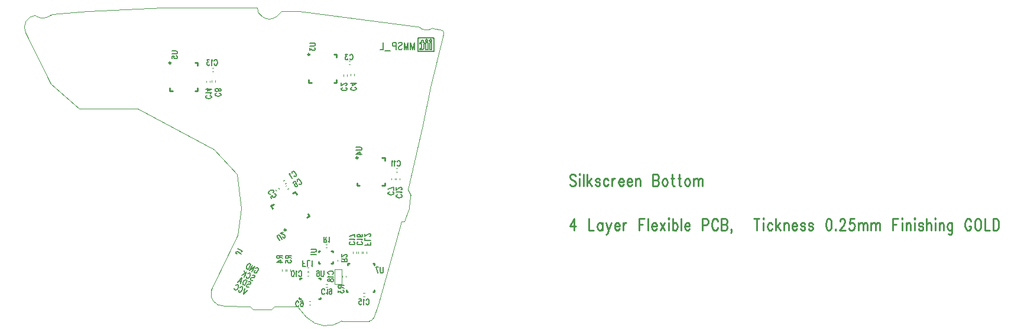
<source format=gbr>
*
*
G04 PADS 9.3 Build Number: 433611 generated Gerber (RS-274-X) file*
G04 PC Version=2.1*
*
%IN "MMSP_L.pcb"*%
*
%MOIN*%
*
%FSLAX35Y35*%
*
*
*
*
G04 PC Standard Apertures*
*
*
G04 Thermal Relief Aperture macro.*
%AMTER*
1,1,$1,0,0*
1,0,$1-$2,0,0*
21,0,$3,$4,0,0,45*
21,0,$3,$4,0,0,135*
%
*
*
G04 Annular Aperture macro.*
%AMANN*
1,1,$1,0,0*
1,0,$2,0,0*
%
*
*
G04 Odd Aperture macro.*
%AMODD*
1,1,$1,0,0*
1,0,$1-0.005,0,0*
%
*
*
G04 PC Custom Aperture Macros*
*
*
*
*
*
*
G04 PC Aperture Table*
*
%ADD010C,0.001*%
%ADD011C,0.00394*%
%ADD012C,0.00591*%
%ADD016C,0.01*%
%ADD017C,0.004*%
%ADD018C,0.00787*%
*
*
*
*
G04 PC Circuitry*
G04 Layer Name MMSP_L.pcb - circuitry*
%LPD*%
*
*
G04 PC Custom Flashes*
G04 Layer Name MMSP_L.pcb - flashes*
%LPD*%
*
*
G04 PC Circuitry*
G04 Layer Name MMSP_L.pcb - circuitry*
%LPD*%
*
G54D10*
G01X1084338Y879416D02*
G75*
G03X1091450Y870727I6795J-1694D01*
G01X1084337Y879411D02*
X1084469Y879661D01*
X1084449Y879640*
X1099338Y910590*
X1101338Y925590*
X1099000Y945000*
X1086000Y959000*
X1043000Y982000*
X1010098*
X994098Y996000*
X979772Y1024917*
X985282Y1034748D02*
G03X979774Y1024913I607J-6800D01*
G01X985288Y1034748D02*
X985335Y1034744D01*
X986024Y1034055*
X986021Y1034056D02*
G03X994094Y1034883I3373J6886D01*
G01X994091Y1034881D02*
X994565Y1035356D01*
X1015000Y1037000*
X1057000Y1039000*
X1110433*
G03X1113187Y1034052I5045J-433*
G01X1113191Y1034049D02*
G03X1121065I3937J4610D01*
G01X1121067Y1034051D02*
X1124016Y1037000D01*
X1134000*
X1200197Y1028298*
X1201353*
G03X1209173Y1027455I4431J4416*
G01X1209174D02*
X1209247Y1027530D01*
X1214758Y1026365*
X1215407Y1024033D02*
G03X1214757Y1026366I-2399J589D01*
G01X1215407Y1024032D02*
X1208068Y994095D01*
X1203663Y972687*
X1195353Y936537*
X1196877Y932972*
X1193429Y918301D02*
G03X1196877Y932946I-27976J14316D01*
G01X1193432Y918307D02*
X1191535D01*
X1188000Y905000*
X1178563Y871588*
X1175919Y863986*
X1173588Y862205D02*
G03X1175920Y863988I-330J2848D01*
G01X1173585Y862205D02*
X1158055D01*
X1138351Y864223D02*
G03X1158054Y862204I11040J10587D01*
G01X1138356Y864218D02*
X1132826Y870374D01*
X1120079*
X1118356Y868651*
X1108071*
X1106275Y870448*
X1091453Y870727*
G54D11*
X1124984Y941364D02*
X1125700Y941778D01*
X1125969Y939659D02*
X1126685Y940073D01*
X1138583Y889606D02*
X1139409D01*
X1138583Y887638D02*
X1139409D01*
X1188620Y948446D02*
X1189447D01*
X1188620Y946478D02*
X1189447D01*
X1190627Y942739D02*
Y941912D01*
X1188658Y942739D02*
Y941912D01*
X1084843Y1005157D02*
X1085669D01*
X1084843Y1003189D02*
X1085669D01*
X1083690Y997851D02*
Y997024D01*
X1081721Y997851D02*
Y997024D01*
X1170021Y878136D02*
X1170848D01*
X1170021Y876168D02*
X1170848D01*
X1169234Y901293D02*
Y900466D01*
X1167265Y901293D02*
Y900466D01*
X1166349Y901232D02*
Y900405D01*
X1164380Y901232D02*
Y900405D01*
X1161063Y1001378D02*
Y1000551D01*
X1159094Y1001378D02*
Y1000551D01*
X1161811Y1008898D02*
X1162638D01*
X1161811Y1006929D02*
X1162638D01*
X1164803Y1001575D02*
Y1000748D01*
X1162835Y1001575D02*
Y1000748D01*
X1121023Y935675D02*
X1120609Y936391D01*
X1122727Y936660D02*
X1122314Y937376D01*
X1126313Y938485D02*
X1127029Y938898D01*
X1127297Y936780D02*
X1128013Y937194D01*
X1187811Y942746D02*
Y941919D01*
X1185843Y942746D02*
Y941919D01*
X1086664Y997959D02*
Y997132D01*
X1084696Y997959D02*
Y997132D01*
X1140363Y871547D02*
X1139537D01*
X1140363Y873515D02*
X1139537D01*
X1139370Y890321D02*
X1138543D01*
X1139370Y892290D02*
X1138543D01*
X1171996Y901293D02*
Y900466D01*
X1170027Y901293D02*
Y900466D01*
X1149776Y903569D02*
X1148950D01*
X1149776Y905538D02*
X1148950D01*
X1157485Y896793D02*
Y895966D01*
X1155517Y896793D02*
Y895966D01*
X1158404Y886908D02*
Y887735D01*
X1160373Y886908D02*
Y887735D01*
X1124190Y890471D02*
Y891298D01*
X1126159Y890471D02*
Y891298D01*
X1126896Y890450D02*
Y891276D01*
X1128864Y890450D02*
Y891276D01*
X1149803Y881260D02*
X1148976D01*
X1149803Y883228D02*
X1148976D01*
G54D12*
X1201378Y1022047D02*
Y1022038D01*
X1201341Y1022039*
Y1022030*
X1201300*
Y1022022*
X1201266*
Y1022013*
X1201241*
Y1022005*
X1201224*
Y1021997*
X1201199*
Y1021988*
X1201183*
Y1021980*
X1201166*
Y1021972*
X1201149*
Y1021963*
X1201141*
Y1021955*
X1201124*
Y1021947*
X1201107*
Y1021938*
X1201099*
Y1021930*
X1201091*
Y1021922*
X1201074*
Y1021913*
X1201066*
Y1021905*
X1201057*
Y1021896*
X1201049*
Y1021888*
X1201040*
Y1021880*
X1201032*
Y1021871*
X1201024*
Y1021863*
X1201015*
Y1021855*
X1201007*
Y1021846*
X1200999*
Y1021838*
X1200990*
Y1021821*
X1200982*
Y1021813*
X1200974*
Y1021796*
X1200965*
Y1021788*
X1200957*
Y1021771*
X1200948*
Y1021754*
X1200940*
Y1021738*
X1200932*
Y1021721*
X1200923*
Y1021696*
X1200915*
Y1021671*
X1200907*
Y1021637*
X1200898*
Y1014848*
X1200907*
Y1014814*
X1200915*
Y1014789*
X1200923*
Y1014764*
X1200932*
Y1014747*
X1200940*
Y1014731*
X1200948*
Y1014714*
X1200957*
Y1014697*
X1200965*
Y1014689*
X1200974*
Y1014672*
X1200982*
Y1014664*
X1200990*
Y1014647*
X1200999*
Y1014639*
X1201007*
Y1014630*
X1201015*
Y1014622*
X1201024*
Y1014613*
X1201032*
Y1014605*
X1201040*
Y1014597*
X1201049*
Y1014588*
X1201057*
Y1014580*
X1201066*
Y1014572*
X1201074*
Y1014563*
X1201091*
Y1014555*
X1201099*
Y1014547*
X1201107*
Y1014538*
X1201124*
Y1014530*
X1201141*
Y1014521*
X1201149*
Y1014513*
X1201166*
Y1014505*
X1201183*
Y1014496*
X1201199*
Y1014488*
X1201224*
Y1014480*
X1201241*
Y1014471*
X1201275*
Y1014463*
X1201350*
Y1014455*
X1209987*
Y1021629*
X1209979*
Y1021671*
X1209971*
Y1021696*
X1209962*
Y1021721*
X1209954*
Y1021738*
X1209946*
Y1021754*
X1209937*
Y1021771*
X1209929*
Y1021788*
X1209920*
Y1021796*
X1209912*
Y1021813*
X1209904*
Y1021821*
X1209895*
Y1021830*
X1209887*
Y1021846*
X1209879*
Y1021855*
X1209870*
Y1021863*
X1209862*
Y1021871*
X1209854*
Y1021880*
X1209845*
Y1021888*
X1209837*
Y1021896*
X1209828*
Y1021905*
X1209820*
Y1021913*
X1209812*
Y1021922*
X1209795*
Y1021930*
X1209787*
Y1021938*
X1209770*
Y1021947*
X1209762*
Y1021955*
X1209745*
Y1021963*
X1209737*
Y1021972*
X1209720*
Y1021980*
X1209703*
Y1021988*
X1209686*
Y1021997*
X1209661*
Y1022005*
X1209645*
Y1022013*
X1209611*
Y1022022*
X1209586*
Y1022030*
X1209544*
Y1022039*
X1209508*
Y1022047*
X1201378*
X1201381Y1021930D02*
X1209517D01*
Y1021922*
X1209559*
Y1021913*
X1209592*
Y1021905*
X1209617*
Y1021896*
X1209634*
Y1021888*
X1209659*
Y1021880*
X1209667*
Y1021871*
X1209684*
Y1021863*
X1209701*
Y1021855*
X1209709*
Y1021846*
X1209726*
Y1021838*
X1209734*
Y1021830*
X1209743*
Y1021821*
X1209759*
Y1021813*
X1209768*
Y1021804*
X1209776*
Y1021796*
X1209784*
Y1021788*
X1209793*
Y1021779*
X1209801*
Y1021763*
X1209810*
Y1021754*
X1209818*
Y1021746*
X1209826*
Y1021729*
X1209835*
Y1021721*
X1209843*
Y1021704*
X1209851*
Y1021687*
X1209860*
Y1021662*
X1209868*
Y1021637*
X1209876*
Y1021604*
X1209885*
Y1014555*
X1201381*
Y1014563*
X1201339*
Y1014572*
X1201306*
Y1014580*
X1201281*
Y1014588*
X1201264*
Y1014597*
X1201239*
Y1014605*
X1201222*
Y1014613*
X1201214*
Y1014622*
X1201197*
Y1014630*
X1201180*
Y1014639*
X1201172*
Y1014647*
X1201164*
Y1014655*
X1201147*
Y1014664*
X1201139*
Y1014672*
X1201130*
Y1014680*
X1201122*
Y1014689*
X1201113*
Y1014697*
X1201105*
Y1014705*
X1201097*
Y1014722*
X1201088*
Y1014731*
X1201080*
Y1014739*
X1201072*
Y1014756*
X1201063*
Y1014764*
X1201055*
Y1014781*
X1201047*
Y1014797*
X1201038*
Y1014823*
X1201030*
Y1014848*
X1201021*
Y1014881*
X1201013*
Y1021604*
X1201021*
Y1021637*
X1201030*
Y1021662*
X1201038*
Y1021687*
X1201047*
Y1021704*
X1201055*
Y1021721*
X1201063*
Y1021729*
X1201072*
Y1021746*
X1201080*
Y1021754*
X1201088*
Y1021763*
X1201097*
Y1021779*
X1201105*
Y1021788*
X1201113*
Y1021796*
X1201122*
Y1021804*
X1201130*
Y1021813*
X1201139*
Y1021821*
X1201147*
Y1021830*
X1201164*
Y1021838*
X1201172*
Y1021846*
X1201180*
Y1021855*
X1201197*
Y1021863*
X1201214*
Y1021871*
X1201222*
Y1021880*
X1201239*
Y1021888*
X1201264*
Y1021896*
X1201281*
Y1021905*
X1201306*
Y1021913*
X1201339*
Y1021922*
X1201381*
Y1021930*
X1207501Y1019533D02*
Y1015386D01*
X1208655*
Y1019533*
X1207501*
X1205319D02*
Y1015386D01*
X1206472*
Y1019533*
X1205319*
X1207937Y1021248D02*
Y1021240D01*
X1207887*
Y1021231*
X1207853*
Y1021223*
X1207828*
Y1021215*
X1207812*
Y1021206*
X1207786*
X1207786D02*
Y1021198D01*
X1207786D02*
X1207770D01*
Y1021189*
X1207770D02*
X1207753D01*
X1207753D02*
Y1021181D01*
X1207736*
Y1021173*
X1207728*
Y1021164*
X1207711*
Y1021156*
X1207695*
Y1021148*
X1207686*
Y1021139*
X1207678*
Y1021131*
X1207661*
Y1021123*
X1207653*
Y1021114*
X1207644*
Y1021106*
X1207636*
Y1021098*
X1207628*
Y1021089*
X1207619*
Y1021081*
X1207611*
Y1021072*
X1207603*
Y1021064*
X1207594*
Y1021056*
X1207586*
Y1021047*
X1207577*
Y1021039*
X1207569*
Y1021031*
X1207561*
Y1021022*
X1207552*
Y1021006*
X1207544*
Y1020997*
X1207536*
Y1020980*
X1207527*
Y1020972*
X1207519*
Y1020955*
X1207511*
Y1020947*
X1207502*
Y1020930*
X1207494*
Y1020914*
X1207485*
Y1020897*
X1207477*
Y1020872*
X1207469*
Y1020855*
X1207460*
Y1020830*
X1207452*
Y1020797*
X1207444*
Y1020755*
X1207435*
Y1020529*
X1207444*
Y1020487*
X1207452*
Y1020454*
X1207460*
Y1020429*
X1207469*
Y1020404*
X1207477*
Y1020387*
X1207485*
Y1020370*
X1207494*
Y1020353*
X1207502*
Y1020337*
X1207511*
Y1020320*
X1207519*
Y1020303*
X1207527*
Y1020295*
X1207536*
Y1020286*
X1207544*
Y1020270*
X1207552*
Y1020261*
X1207561*
Y1020253*
X1207569*
Y1020236*
X1207577*
Y1020228*
X1207586*
Y1020220*
X1207594*
Y1020211*
X1207603*
Y1020203*
X1207611*
Y1020194*
X1207619*
Y1020186*
X1207628*
Y1020178*
X1207636*
Y1020169*
X1207644*
Y1020161*
X1207661*
Y1020153*
X1207669*
Y1020144*
X1207678*
Y1020136*
X1207695*
Y1020128*
X1207703*
Y1020119*
X1207720*
Y1020111*
X1207728*
Y1020102*
X1207745*
Y1020094*
X1207761*
Y1020086*
X1207778*
Y1020077*
X1207795*
Y1020069*
X1207820*
Y1020061*
X1207837*
Y1020052*
X1207870*
Y1020044*
X1207904*
Y1020036*
X1207954*
Y1020027*
X1208113*
Y1020036*
X1208171*
Y1020044*
X1208205*
Y1020052*
X1208230*
Y1020061*
X1208255*
Y1020069*
X1208271*
Y1020077*
X1208297*
Y1020086*
X1208313*
Y1020094*
X1208322*
Y1020102*
X1208338*
Y1020111*
X1208355*
Y1020119*
X1208363*
Y1020128*
X1208380*
Y1020136*
X1208389*
Y1020144*
X1208405*
Y1020153*
X1208414*
Y1020161*
X1208422*
Y1020169*
X1208430*
Y1020178*
X1208439*
Y1020186*
X1208447*
Y1020194*
X1208455*
Y1020203*
X1208464*
Y1020211*
X1208472*
Y1020220*
X1208481*
Y1020228*
X1208489*
Y1020236*
X1208497*
Y1020245*
X1208506*
Y1020253*
X1208514*
Y1020261*
X1208522*
Y1020278*
X1208531*
Y1020286*
X1208539*
Y1020303*
X1208547*
Y1020312*
X1208556*
Y1020328*
X1208564*
Y1020337*
X1208572*
Y1020353*
X1208581*
Y1020370*
X1208589*
Y1020395*
X1208598*
Y1020412*
X1208606*
Y1020437*
X1208614*
Y1020462*
X1208623*
Y1020495*
X1208631*
Y1020546*
X1208639*
Y1020738*
X1208631*
Y1020788*
X1208623*
Y1020822*
X1208614*
Y1020847*
X1208606*
Y1020872*
X1208598*
Y1020888*
X1208589*
Y1020905*
X1208581*
Y1020922*
X1208572*
Y1020939*
X1208564*
Y1020955*
X1208556*
Y1020964*
X1208547*
Y1020980*
X1208539*
Y1020989*
X1208531*
Y1021006*
X1208522*
Y1021014*
X1208514*
Y1021022*
X1208506*
Y1021039*
X1208497*
Y1021047*
X1208489*
Y1021056*
X1208481*
Y1021064*
X1208472*
Y1021072*
X1208464*
Y1021081*
X1208455*
Y1021089*
X1208447*
Y1021098*
X1208439*
Y1021106*
X1208430*
Y1021114*
X1208414*
Y1021123*
X1208405*
Y1021131*
X1208397*
Y1021139*
X1208380*
Y1021148*
X1208372*
Y1021156*
X1208355*
Y1021164*
X1208347*
Y1021173*
X1208330*
Y1021181*
X1208313*
Y1021189*
X1208313D02*
X1208297D01*
X1208297D02*
Y1021198D01*
X1208280*
Y1021206*
X1208263*
Y1021215*
X1208238*
Y1021223*
X1208213*
Y1021231*
X1208179*
Y1021240*
X1208138*
Y1021248*
X1207937*
X1205732D02*
Y1021240D01*
X1205690*
Y1021231*
X1205657*
Y1021223*
X1205632*
Y1021215*
X1205615*
Y1021206*
X1205590*
Y1021198*
X1205573*
Y1021189*
X1205573D02*
X1205557D01*
X1205557D02*
Y1021181D01*
X1205540*
Y1021173*
X1205523*
Y1021164*
X1205515*
Y1021156*
X1205498*
Y1021148*
X1205490*
Y1021139*
X1205481*
Y1021131*
X1205465*
Y1021123*
X1205456*
Y1021114*
X1205448*
Y1021106*
X1205440*
Y1021098*
X1205431*
Y1021089*
X1205423*
Y1021081*
X1205415*
Y1021072*
X1205406*
Y1021064*
X1205398*
Y1021056*
X1205389*
Y1021047*
X1205381*
Y1021039*
X1205373*
Y1021031*
X1205364*
Y1021022*
X1205356*
Y1021006*
X1205348*
Y1020997*
X1205339*
Y1020989*
X1205331*
Y1020972*
X1205323*
Y1020964*
X1205314*
Y1020947*
X1205306*
Y1020930*
X1205297*
Y1020914*
X1205289*
Y1020897*
X1205281*
Y1020880*
X1205272*
Y1020855*
X1205264*
Y1020830*
X1205256*
Y1020797*
X1205247*
Y1020755*
X1205239*
Y1020679*
X1205231*
Y1020604*
X1205239*
Y1020521*
X1205247*
Y1020479*
X1205256*
Y1020454*
X1205264*
Y1020429*
X1205272*
Y1020404*
X1205281*
Y1020387*
X1205289*
Y1020362*
X1205297*
Y1020345*
X1205306*
Y1020337*
X1205314*
Y1020320*
X1205323*
Y1020303*
X1205331*
Y1020295*
X1205339*
Y1020278*
X1205348*
Y1020270*
X1205356*
Y1020261*
X1205364*
Y1020245*
X1205373*
Y1020236*
X1205381*
Y1020228*
X1205389*
Y1020220*
X1205398*
Y1020211*
X1205406*
Y1020203*
X1205415*
Y1020194*
X1205423*
Y1020186*
X1205431*
Y1020178*
X1205440*
Y1020169*
X1205448*
Y1020161*
X1205465*
Y1020153*
X1205473*
Y1020144*
X1205481*
Y1020136*
X1205490*
Y1020128*
X1205507*
Y1020119*
X1205515*
Y1020111*
X1205532*
Y1020102*
X1205548*
Y1020094*
X1205565*
Y1020086*
X1205582*
Y1020077*
X1205598*
X1205598D02*
Y1020069D01*
X1205598D02*
X1205615D01*
Y1020061*
X1205640*
Y1020052*
X1205674*
Y1020044*
X1205707*
Y1020036*
X1205757*
Y1020027*
X1205916*
Y1020036*
X1205966*
Y1020044*
X1206008*
Y1020052*
X1206033*
Y1020061*
X1206058*
Y1020069*
X1206075*
Y1020077*
X1206092*
Y1020086*
X1206109*
Y1020094*
X1206125*
Y1020102*
X1206142*
Y1020111*
X1206159*
Y1020119*
X1206167*
Y1020128*
X1206184*
Y1020136*
X1206192*
Y1020144*
X1206201*
Y1020153*
X1206217*
Y1020161*
X1206226*
Y1020169*
X1206234*
Y1020178*
X1206242*
Y1020186*
X1206251*
Y1020194*
X1206259*
Y1020203*
X1206267*
Y1020211*
X1206276*
Y1020220*
X1206284*
Y1020228*
X1206293*
Y1020236*
X1206301*
Y1020245*
X1206309*
Y1020253*
X1206318*
Y1020270*
X1206326*
Y1020278*
X1206334*
Y1020286*
X1206343*
Y1020303*
X1206351*
Y1020312*
X1206359*
Y1020328*
X1206368*
Y1020345*
X1206376*
Y1020362*
X1206384*
Y1020378*
X1206393*
Y1020395*
X1206401*
Y1020412*
X1206410*
Y1020437*
X1206418*
Y1020470*
X1206426*
Y1020504*
X1206435*
Y1020554*
X1206443*
Y1020730*
X1206435*
Y1020780*
X1206426*
Y1020813*
X1206418*
Y1020838*
X1206410*
Y1020863*
X1206401*
Y1020888*
X1206393*
Y1020905*
X1206384*
Y1020922*
X1206376*
Y1020939*
X1206368*
Y1020955*
X1206359*
Y1020964*
X1206351*
Y1020980*
X1206343*
Y1020989*
X1206334*
Y1021006*
X1206326*
Y1021014*
X1206318*
Y1021022*
X1206309*
Y1021031*
X1206301*
Y1021039*
X1206293*
Y1021056*
X1206284*
Y1021064*
X1206276*
Y1021072*
X1206267*
Y1021081*
X1206259*
Y1021089*
X1206251*
Y1021098*
X1206242*
Y1021106*
X1206226*
Y1021114*
X1206217*
Y1021123*
X1206209*
Y1021131*
X1206201*
Y1021139*
X1206184*
Y1021148*
X1206175*
Y1021156*
X1206159*
Y1021164*
X1206150*
Y1021173*
X1206134*
Y1021181*
X1206117*
Y1021189*
X1206117D02*
X1206100D01*
X1206100D02*
Y1021198D01*
X1206083*
Y1021206*
X1206067*
Y1021215*
X1206042*
Y1021223*
X1206017*
Y1021231*
X1205983*
Y1021240*
X1205941*
Y1021248*
X1205732*
X1203036Y1020773D02*
Y1019402D01*
X1201949*
Y1018758*
X1203036*
Y1016551*
X1203028*
Y1016459*
X1203020*
Y1016400*
X1203011*
Y1016367*
X1203003*
Y1016333*
X1202995*
Y1016300*
X1202986*
Y1016275*
X1202978*
Y1016258*
X1202969*
Y1016241*
X1202961*
Y1016225*
X1202953*
Y1016208*
X1202944*
Y1016191*
X1202936*
Y1016183*
X1202928*
Y1016166*
X1202919*
Y1016158*
X1202911*
Y1016150*
X1202911D02*
X1202903D01*
X1202903D02*
Y1016141D01*
X1202894*
Y1016133*
X1202886*
Y1016124*
X1202877*
Y1016116*
X1202869*
Y1016108*
X1202852*
Y1016099*
X1202844*
Y1016091*
X1202827*
Y1016083*
X1202811*
Y1016074*
X1202794*
Y1016066*
X1202777*
Y1016058*
X1202752*
Y1016049*
X1202719*
Y1016041*
X1202685*
Y1016032*
X1202627*
Y1016024*
X1202376*
Y1016032*
X1202301*
Y1016041*
X1202242*
Y1016049*
X1202200*
Y1016058*
X1202158*
Y1016066*
X1202117*
Y1016074*
X1202083*
Y1016083*
X1202050*
Y1016091*
X1202025*
Y1016099*
X1201991*
Y1016108*
X1201983*
Y1015447*
X1201999*
Y1015439*
X1202016*
Y1015430*
X1202041*
Y1015422*
X1202066*
Y1015414*
X1202091*
Y1015405*
X1202117*
Y1015397*
X1202150*
Y1015389*
X1202183*
Y1015380*
X1202217*
Y1015372*
X1202259*
Y1015364*
X1202301*
Y1015355*
X1202342*
Y1015347*
X1202392*
Y1015338*
X1202459*
Y1015330*
X1202526*
Y1015322*
X1202610*
Y1015313*
X1202727*
Y1015305*
X1203112*
Y1015313*
X1203187*
Y1015322*
X1203237*
Y1015330*
X1203279*
Y1015338*
X1203312*
Y1015347*
X1203346*
Y1015355*
X1203371*
Y1015364*
X1203396*
Y1015372*
X1203421*
Y1015380*
X1203446*
Y1015389*
X1203463*
Y1015397*
X1203488*
Y1015405*
X1203505*
Y1015414*
X1203521*
Y1015422*
X1203538*
Y1015430*
X1203555*
Y1015439*
X1203571*
Y1015447*
X1203588*
Y1015455*
X1203605*
Y1015464*
X1203613*
Y1015472*
X1203630*
Y1015481*
X1203638*
Y1015489*
X1203655*
Y1015497*
X1203663*
Y1015506*
X1203680*
Y1015514*
X1203689*
Y1015522*
X1203705*
Y1015531*
X1203714*
Y1015539*
X1203722*
Y1015547*
X1203730*
Y1015556*
X1203747*
Y1015564*
X1203755*
Y1015573*
X1203764*
Y1015581*
X1203772*
Y1015589*
X1203781*
Y1015598*
X1203789*
Y1015606*
X1203797*
Y1015614*
X1203806*
Y1015623*
X1203814*
Y1015631*
X1203822*
Y1015639*
X1203831*
Y1015648*
X1203839*
Y1015656*
X1203847*
Y1015665*
X1203856*
Y1015673*
X1203864*
Y1015681*
X1203872*
Y1015690*
X1203881*
Y1015698*
X1203889*
Y1015715*
X1203898*
Y1015723*
X1203906*
Y1015731*
X1203914*
Y1015748*
X1203923*
Y1015757*
X1203931*
Y1015765*
X1203939*
Y1015782*
X1203948*
Y1015790*
X1203956*
Y1015807*
X1203964*
Y1015815*
X1203973*
Y1015832*
X1203981*
Y1015848*
X1203990*
Y1015857*
X1203998*
Y1015874*
X1204006*
Y1015890*
X1204015*
Y1015907*
X1204023*
Y1015924*
X1204031*
Y1015940*
X1204040*
Y1015957*
X1204048*
Y1015982*
X1204056*
Y1015999*
X1204065*
Y1016016*
X1204073*
Y1016041*
X1204082*
Y1016066*
X1204090*
Y1016091*
X1204098*
Y1016116*
X1204107*
Y1016141*
X1204115*
Y1016175*
X1204123*
Y1016208*
X1204132*
Y1016241*
X1204140*
Y1016283*
X1204148*
Y1016325*
X1204157*
Y1016375*
X1204165*
Y1016442*
X1204174*
Y1016534*
X1204182*
Y1018767*
X1204675*
Y1019390*
X1204140Y1019394*
Y1019411*
X1204132*
Y1019444*
X1204123*
Y1019477*
X1204115*
Y1019503*
X1204107*
Y1019536*
X1204098*
Y1019561*
X1204090*
Y1019594*
X1204082*
Y1019628*
X1204073*
Y1019653*
X1204065*
Y1019686*
X1204056*
Y1019712*
X1204048*
Y1019745*
X1204040*
Y1019778*
X1204031*
Y1019804*
X1204023*
Y1019837*
X1204015*
Y1019862*
X1204006*
Y1019896*
X1203998*
Y1019929*
X1203990*
Y1019954*
X1203981*
Y1019987*
X1203973*
Y1020013*
X1203964*
Y1020046*
X1203956*
Y1020079*
X1203948*
Y1020105*
X1203939*
Y1020138*
X1203931*
Y1020163*
X1203923*
Y1020197*
X1203914*
Y1020230*
X1203906*
Y1020255*
X1203898*
Y1020289*
X1203889*
Y1020314*
X1203881*
Y1020347*
X1203872*
Y1020380*
X1203864*
Y1020406*
X1203856*
Y1020439*
X1203847*
Y1020464*
X1203839*
Y1020498*
X1203831*
Y1020531*
X1203822*
Y1020556*
X1203814*
Y1020590*
X1203806*
Y1020623*
X1203797*
Y1020648*
X1203789*
Y1020681*
X1203789D02*
X1203781D01*
X1203781D02*
Y1020707D01*
X1203772*
Y1020740*
X1203764*
Y1020773*
X1203036*
G54D16*
X1145039Y886455D02*
X1145826D01*
Y885668*
Y875432D02*
Y874644D01*
X1145039*
X1134802D02*
X1134015D01*
Y875432*
X1134409Y885668D02*
Y886455D01*
X1135196*
X1175622Y894614D02*
X1176409D01*
Y893827*
Y879654D02*
Y878866D01*
X1175622*
X1161449D02*
X1160661D01*
Y879654*
X1161449Y893827D02*
Y894614D01*
X1162236*
X1126589Y913625D02*
G03X1126589I-573J0D01*
G01X1138290Y920711D02*
X1139654Y921499D01*
X1138867Y922863*
X1130416Y934350D02*
X1131780Y935137D01*
X1132568Y933773*
X1119506Y928050D02*
X1118115Y927247D01*
X1118918Y925856*
X1139927Y1012589D02*
G03X1139927I-573J0D01*
G01X1139354Y998416D02*
Y996841D01*
X1140929*
X1155102Y998416D02*
Y996841D01*
X1153527*
X1155102Y1011015D02*
Y1012621D01*
X1153496*
X1167109Y954331D02*
G03X1167109I-574J0D01*
G01X1166535Y940157D02*
Y938583D01*
X1168110*
X1182283Y940157D02*
Y938583D01*
X1180709*
X1182283Y952756D02*
Y954362D01*
X1180677*
X1061597Y1007874D02*
G03X1061597I-573J0D01*
G01X1061024Y993701D02*
Y992126D01*
X1062598*
X1076772Y993701D02*
Y992126D01*
X1075197*
X1076772Y1006299D02*
Y1007906D01*
X1075165*
X1144985Y901090D02*
Y901877D01*
X1145773*
X1152072D02*
X1152859D01*
Y901090*
Y895578D02*
Y894791D01*
X1152072*
X1145773D02*
X1144985D01*
Y895578*
X1289796Y944011D02*
X1289341Y944636D01*
X1288660Y944948*
X1287751*
X1287069Y944636*
X1286614Y944011*
Y943386*
X1286841Y942761*
X1287069Y942448*
X1287523Y942136*
X1288887Y941511*
X1289341Y941198*
X1289569Y940886*
X1289796Y940261*
Y939323*
X1289341Y938698*
X1288660Y938386*
X1287751*
X1287069Y938698*
X1286614Y939323*
X1291841Y944948D02*
X1292069Y944636D01*
X1292296Y944948*
X1292069Y945261*
X1291841Y944948*
X1292069Y942761D02*
Y938386D01*
X1294341Y944948D02*
Y938386D01*
X1296387Y944948D02*
Y938386D01*
X1298660Y942761D02*
X1296387Y939636D01*
X1297296Y940886D02*
X1298887Y938386D01*
X1303432Y941823D02*
X1303205Y942448D01*
X1302523Y942761*
X1301841*
X1301160Y942448*
X1300932Y941823*
X1301160Y941198*
X1301614Y940886*
X1302751Y940573*
X1303205Y940261*
X1303432Y939636*
Y939323*
X1303205Y938698*
X1302523Y938386*
X1301841*
X1301160Y938698*
X1300932Y939323*
X1308205Y941823D02*
X1307751Y942448D01*
X1307296Y942761*
X1306614*
X1306160Y942448*
X1305705Y941823*
X1305478Y940886*
Y940261*
X1305705Y939323*
X1306160Y938698*
X1306614Y938386*
X1307296*
X1307751Y938698*
X1308205Y939323*
X1310251Y942761D02*
Y938386D01*
Y940886D02*
X1310478Y941823D01*
X1310932Y942448*
X1311387Y942761*
X1312069*
X1314114Y940886D02*
X1316841D01*
Y941511*
X1316614Y942136*
X1316387Y942448*
X1315932Y942761*
X1315251*
X1314796Y942448*
X1314341Y941823*
X1314114Y940886*
Y940261*
X1314341Y939323*
X1314796Y938698*
X1315251Y938386*
X1315932*
X1316387Y938698*
X1316841Y939323*
X1318887Y940886D02*
X1321614D01*
Y941511*
X1321387Y942136*
X1321160Y942448*
X1320705Y942761*
X1320023*
X1319569Y942448*
X1319114Y941823*
X1318887Y940886*
Y940261*
X1319114Y939323*
X1319569Y938698*
X1320023Y938386*
X1320705*
X1321160Y938698*
X1321614Y939323*
X1323660Y942761D02*
Y938386D01*
Y941511D02*
X1324341Y942448D01*
X1324796Y942761*
X1325478*
X1325932Y942448*
X1326160Y941511*
Y938386*
X1333432Y944948D02*
Y938386D01*
Y944948D02*
X1335478D01*
X1336160Y944636*
X1336387Y944323*
X1336614Y943698*
Y943073*
X1336387Y942448*
X1336160Y942136*
X1335478Y941823*
X1333432D02*
X1335478D01*
X1336160Y941511*
X1336387Y941198*
X1336614Y940573*
Y939636*
X1336387Y939011*
X1336160Y938698*
X1335478Y938386*
X1333432*
X1339796Y942761D02*
X1339341Y942448D01*
X1338887Y941823*
X1338660Y940886*
Y940261*
X1338887Y939323*
X1339341Y938698*
X1339796Y938386*
X1340478*
X1340932Y938698*
X1341387Y939323*
X1341614Y940261*
Y940886*
X1341387Y941823*
X1340932Y942448*
X1340478Y942761*
X1339796*
X1344341Y944948D02*
Y939636D01*
X1344569Y938698*
X1345023Y938386*
X1345478*
X1343660Y942761D02*
X1345251D01*
X1348205Y944948D02*
Y939636D01*
X1348432Y938698*
X1348887Y938386*
X1349341*
X1347523Y942761D02*
X1349114D01*
X1352523D02*
X1352069Y942448D01*
X1351614Y941823*
X1351387Y940886*
Y940261*
X1351614Y939323*
X1352069Y938698*
X1352523Y938386*
X1353205*
X1353660Y938698*
X1354114Y939323*
X1354341Y940261*
Y940886*
X1354114Y941823*
X1353660Y942448*
X1353205Y942761*
X1352523*
X1356387D02*
Y938386D01*
Y941511D02*
X1357069Y942448D01*
X1357523Y942761*
X1358205*
X1358660Y942448*
X1358887Y941511*
Y938386*
Y941511D02*
X1359569Y942448D01*
X1360023Y942761*
X1360705*
X1361160Y942448*
X1361387Y941511*
Y938386*
X1288887Y919948D02*
X1286614Y915573D01*
X1290023*
X1288887Y919948D02*
Y913386D01*
X1297296Y919948D02*
Y913386D01*
X1300023*
X1304796Y917761D02*
Y913386D01*
Y916823D02*
X1304341Y917448D01*
X1303887Y917761*
X1303205*
X1302751Y917448*
X1302296Y916823*
X1302069Y915886*
Y915261*
X1302296Y914323*
X1302751Y913698*
X1303205Y913386*
X1303887*
X1304341Y913698*
X1304796Y914323*
X1307069Y917761D02*
X1308432Y913386D01*
X1309796Y917761D02*
X1308432Y913386D01*
X1307978Y912136*
X1307523Y911511*
X1307069Y911198*
X1306841*
X1311841Y915886D02*
X1314569D01*
Y916511*
X1314341Y917136*
X1314114Y917448*
X1313660Y917761*
X1312978*
X1312523Y917448*
X1312069Y916823*
X1311841Y915886*
Y915261*
X1312069Y914323*
X1312523Y913698*
X1312978Y913386*
X1313660*
X1314114Y913698*
X1314569Y914323*
X1316614Y917761D02*
Y913386D01*
Y915886D02*
X1316841Y916823D01*
X1317296Y917448*
X1317751Y917761*
X1318432*
X1325705Y919948D02*
Y913386D01*
Y919948D02*
X1328660D01*
X1325705Y916823D02*
X1327523D01*
X1330705Y919948D02*
Y913386D01*
X1332751Y915886D02*
X1335478D01*
Y916511*
X1335251Y917136*
X1335023Y917448*
X1334569Y917761*
X1333887*
X1333432Y917448*
X1332978Y916823*
X1332751Y915886*
Y915261*
X1332978Y914323*
X1333432Y913698*
X1333887Y913386*
X1334569*
X1335023Y913698*
X1335478Y914323*
X1337523Y917761D02*
X1340023Y913386D01*
Y917761D02*
X1337523Y913386D01*
X1342069Y919948D02*
X1342296Y919636D01*
X1342523Y919948*
X1342296Y920261*
X1342069Y919948*
X1342296Y917761D02*
Y913386D01*
X1344569Y919948D02*
Y913386D01*
Y916823D02*
X1345023Y917448D01*
X1345478Y917761*
X1346160*
X1346614Y917448*
X1347069Y916823*
X1347296Y915886*
Y915261*
X1347069Y914323*
X1346614Y913698*
X1346160Y913386*
X1345478*
X1345023Y913698*
X1344569Y914323*
X1349341Y919948D02*
Y913386D01*
X1351387Y915886D02*
X1354114D01*
Y916511*
X1353887Y917136*
X1353660Y917448*
X1353205Y917761*
X1352523*
X1352069Y917448*
X1351614Y916823*
X1351387Y915886*
Y915261*
X1351614Y914323*
X1352069Y913698*
X1352523Y913386*
X1353205*
X1353660Y913698*
X1354114Y914323*
X1361387Y919948D02*
Y913386D01*
Y919948D02*
X1363432D01*
X1364114Y919636*
X1364341Y919323*
X1364569Y918698*
Y917761*
X1364341Y917136*
X1364114Y916823*
X1363432Y916511*
X1361387*
X1370023Y918386D02*
X1369796Y919011D01*
X1369341Y919636*
X1368887Y919948*
X1367978*
X1367523Y919636*
X1367069Y919011*
X1366841Y918386*
X1366614Y917448*
Y915886*
X1366841Y914948*
X1367069Y914323*
X1367523Y913698*
X1367978Y913386*
X1368887*
X1369341Y913698*
X1369796Y914323*
X1370023Y914948*
X1372069Y919948D02*
Y913386D01*
Y919948D02*
X1374114D01*
X1374796Y919636*
X1375023Y919323*
X1375251Y918698*
Y918073*
X1375023Y917448*
X1374796Y917136*
X1374114Y916823*
X1372069D02*
X1374114D01*
X1374796Y916511*
X1375023Y916198*
X1375251Y915573*
Y914636*
X1375023Y914011*
X1374796Y913698*
X1374114Y913386*
X1372069*
X1377751Y913698D02*
X1377523Y913386D01*
X1377296Y913698*
X1377523Y914011*
X1377751Y913698*
Y913073*
X1377523Y912448*
X1377296Y912136*
X1391841Y919948D02*
Y913386D01*
X1390251Y919948D02*
X1393432D01*
X1395478D02*
X1395705Y919636D01*
X1395932Y919948*
X1395705Y920261*
X1395478Y919948*
X1395705Y917761D02*
Y913386D01*
X1400705Y916823D02*
X1400251Y917448D01*
X1399796Y917761*
X1399114*
X1398660Y917448*
X1398205Y916823*
X1397978Y915886*
Y915261*
X1398205Y914323*
X1398660Y913698*
X1399114Y913386*
X1399796*
X1400251Y913698*
X1400705Y914323*
X1402751Y919948D02*
Y913386D01*
X1405023Y917761D02*
X1402751Y914636D01*
X1403660Y915886D02*
X1405251Y913386D01*
X1407296Y917761D02*
Y913386D01*
Y916511D02*
X1407978Y917448D01*
X1408432Y917761*
X1409114*
X1409569Y917448*
X1409796Y916511*
Y913386*
X1411841Y915886D02*
X1414569D01*
Y916511*
X1414341Y917136*
X1414114Y917448*
X1413660Y917761*
X1412978*
X1412523Y917448*
X1412069Y916823*
X1411841Y915886*
Y915261*
X1412069Y914323*
X1412523Y913698*
X1412978Y913386*
X1413660*
X1414114Y913698*
X1414569Y914323*
X1419114Y916823D02*
X1418887Y917448D01*
X1418205Y917761*
X1417523*
X1416841Y917448*
X1416614Y916823*
X1416841Y916198*
X1417296Y915886*
X1418432Y915573*
X1418887Y915261*
X1419114Y914636*
Y914323*
X1418887Y913698*
X1418205Y913386*
X1417523*
X1416841Y913698*
X1416614Y914323*
X1423660Y916823D02*
X1423432Y917448D01*
X1422751Y917761*
X1422069*
X1421387Y917448*
X1421160Y916823*
X1421387Y916198*
X1421841Y915886*
X1422978Y915573*
X1423432Y915261*
X1423660Y914636*
Y914323*
X1423432Y913698*
X1422751Y913386*
X1422069*
X1421387Y913698*
X1421160Y914323*
X1432296Y919948D02*
X1431614Y919636D01*
X1431160Y918698*
X1430932Y917136*
Y916198*
X1431160Y914636*
X1431614Y913698*
X1432296Y913386*
X1432751*
X1433432Y913698*
X1433887Y914636*
X1434114Y916198*
Y917136*
X1433887Y918698*
X1433432Y919636*
X1432751Y919948*
X1432296*
X1436387Y914011D02*
X1436160Y913698D01*
X1436387Y913386*
X1436614Y913698*
X1436387Y914011*
X1438887Y918386D02*
Y918698D01*
X1439114Y919323*
X1439341Y919636*
X1439796Y919948*
X1440705*
X1441160Y919636*
X1441387Y919323*
X1441614Y918698*
Y918073*
X1441387Y917448*
X1440932Y916511*
X1438660Y913386*
X1441841*
X1446841Y919948D02*
X1444569D01*
X1444341Y917136*
X1444569Y917448*
X1445251Y917761*
X1445932*
X1446614Y917448*
X1447069Y916823*
X1447296Y915886*
X1447069Y915261*
X1446841Y914323*
X1446387Y913698*
X1445705Y913386*
X1445023*
X1444341Y913698*
X1444114Y914011*
X1443887Y914636*
X1449341Y917761D02*
Y913386D01*
Y916511D02*
X1450023Y917448D01*
X1450478Y917761*
X1451160*
X1451614Y917448*
X1451841Y916511*
Y913386*
Y916511D02*
X1452523Y917448D01*
X1452978Y917761*
X1453660*
X1454114Y917448*
X1454341Y916511*
Y913386*
X1456387Y917761D02*
Y913386D01*
Y916511D02*
X1457069Y917448D01*
X1457523Y917761*
X1458205*
X1458660Y917448*
X1458887Y916511*
Y913386*
Y916511D02*
X1459569Y917448D01*
X1460023Y917761*
X1460705*
X1461160Y917448*
X1461387Y916511*
Y913386*
X1468660Y919948D02*
Y913386D01*
Y919948D02*
X1471614D01*
X1468660Y916823D02*
X1470478D01*
X1473660Y919948D02*
X1473887Y919636D01*
X1474114Y919948*
X1473887Y920261*
X1473660Y919948*
X1473887Y917761D02*
Y913386D01*
X1476160Y917761D02*
Y913386D01*
Y916511D02*
X1476841Y917448D01*
X1477296Y917761*
X1477978*
X1478432Y917448*
X1478660Y916511*
Y913386*
X1480705Y919948D02*
X1480932Y919636D01*
X1481160Y919948*
X1480932Y920261*
X1480705Y919948*
X1480932Y917761D02*
Y913386D01*
X1485705Y916823D02*
X1485478Y917448D01*
X1484796Y917761*
X1484114*
X1483432Y917448*
X1483205Y916823*
X1483432Y916198*
X1483887Y915886*
X1485023Y915573*
X1485478Y915261*
X1485705Y914636*
Y914323*
X1485478Y913698*
X1484796Y913386*
X1484114*
X1483432Y913698*
X1483205Y914323*
X1487751Y919948D02*
Y913386D01*
Y916511D02*
X1488432Y917448D01*
X1488887Y917761*
X1489569*
X1490023Y917448*
X1490251Y916511*
Y913386*
X1492296Y919948D02*
X1492523Y919636D01*
X1492751Y919948*
X1492523Y920261*
X1492296Y919948*
X1492523Y917761D02*
Y913386D01*
X1494796Y917761D02*
Y913386D01*
Y916511D02*
X1495478Y917448D01*
X1495932Y917761*
X1496614*
X1497069Y917448*
X1497296Y916511*
Y913386*
X1502069Y917761D02*
Y912761D01*
X1501841Y911823*
X1501614Y911511*
X1501160Y911198*
X1500478*
X1500023Y911511*
X1502069Y916823D02*
X1501614Y917448D01*
X1501160Y917761*
X1500478*
X1500023Y917448*
X1499569Y916823*
X1499341Y915886*
Y915261*
X1499569Y914323*
X1500023Y913698*
X1500478Y913386*
X1501160*
X1501614Y913698*
X1502069Y914323*
X1512751Y918386D02*
X1512523Y919011D01*
X1512069Y919636*
X1511614Y919948*
X1510705*
X1510251Y919636*
X1509796Y919011*
X1509569Y918386*
X1509341Y917448*
Y915886*
X1509569Y914948*
X1509796Y914323*
X1510251Y913698*
X1510705Y913386*
X1511614*
X1512069Y913698*
X1512523Y914323*
X1512751Y914948*
Y915886*
X1511614D02*
X1512751D01*
X1516160Y919948D02*
X1515705Y919636D01*
X1515251Y919011*
X1515023Y918386*
X1514796Y917448*
Y915886*
X1515023Y914948*
X1515251Y914323*
X1515705Y913698*
X1516160Y913386*
X1517069*
X1517523Y913698*
X1517978Y914323*
X1518205Y914948*
X1518432Y915886*
Y917448*
X1518205Y918386*
X1517978Y919011*
X1517523Y919636*
X1517069Y919948*
X1516160*
X1520478D02*
Y913386D01*
X1523205*
X1525251Y919948D02*
Y913386D01*
Y919948D02*
X1526841D01*
X1527523Y919636*
X1527978Y919011*
X1528205Y918386*
X1528432Y917448*
Y915886*
X1528205Y914948*
X1527978Y914323*
X1527523Y913698*
X1526841Y913386*
X1525251*
G54D17*
X1157929Y882979D02*
X1153929D01*
Y891379*
X1157929*
Y882979*
G54D18*
X1130044Y945623D02*
X1129987Y945945D01*
X1130027Y946324*
X1130027D02*
X1130143Y946569D01*
X1130531Y946792*
X1130802Y946771*
X1131149Y946616*
X1131400Y946406*
X1131727Y946062*
X1132112Y945396*
X1132246Y944941*
X1132302Y944619*
X1132263Y944240*
X1132146Y943995*
X1131758Y943772*
X1131488Y943793*
X1131140Y943948*
X1131140D02*
X1130889Y944158D01*
X1129095Y945253D02*
X1128824Y945274D01*
X1128303Y945506*
X1129918Y942709*
X1133755Y889862D02*
X1133867Y890170D01*
X1134091Y890477*
X1134315Y890631*
X1134762*
X1134986Y890477*
X1135209Y890170*
X1135321Y889862*
X1135433Y889401*
Y888632*
X1135321Y888171*
X1135209Y887863*
X1134986Y887555*
X1134762Y887402*
X1134315*
X1134091Y887555*
X1133867Y887863*
X1133755Y888171*
X1132749Y890016D02*
X1132525Y890170D01*
X1132190Y890631*
Y887402*
X1130512Y890631D02*
X1130847Y890477D01*
X1131071Y890016*
X1131183Y889247*
Y888786*
X1131071Y888017*
X1130847Y887555*
X1130512Y887402*
X1130288*
X1129953Y887555*
X1129729Y888017*
X1129617Y888786*
Y889247*
X1129729Y890016*
X1129953Y890477*
X1130288Y890631*
X1130512*
X1189267Y952067D02*
X1189379Y952375D01*
X1189603Y952682*
X1189826Y952836*
X1190274*
X1190497Y952682*
X1190721Y952375*
X1190833Y952067*
X1190945Y951606*
Y950837*
X1190833Y950375*
X1190721Y950068*
X1190497Y949760*
X1190274Y949606*
X1189826*
X1189603Y949760*
X1189379Y950068*
X1189267Y950375*
X1188261Y952221D02*
X1188037Y952375D01*
X1187701Y952836*
Y949606*
X1186695Y952221D02*
X1186471Y952375D01*
X1186135Y952836*
Y949606*
X1191240Y933567D02*
X1191548Y933456D01*
X1191855Y933232*
X1192009Y933008*
Y932561*
X1191855Y932337*
X1191548Y932113*
X1191240Y932002*
X1190779Y931890*
X1190010*
X1189548Y932002*
X1189241Y932113*
X1188933Y932337*
X1188780Y932561*
Y933008*
X1188933Y933232*
X1189241Y933456*
X1189548Y933567*
X1191394Y934574D02*
X1191548Y934798D01*
X1192009Y935133*
X1188780*
X1191240Y936252D02*
X1191394D01*
X1191702Y936364*
X1191855Y936475*
X1192009Y936699*
Y937147*
X1191855Y937370*
X1191702Y937482*
X1191394Y937594*
X1191086*
X1190779Y937482*
X1190317Y937258*
X1188780Y936140*
Y937706*
X1086118Y1008957D02*
X1086229Y1009264D01*
X1086453Y1009572*
X1086677Y1009726*
X1087124*
X1087348Y1009572*
X1087572Y1009264*
X1087683Y1008957*
X1087795Y1008495*
Y1007726*
X1087683Y1007265*
X1087572Y1006957*
X1087348Y1006650*
X1087124Y1006496*
X1086677*
X1086453Y1006650*
X1086229Y1006957*
X1086118Y1007265*
X1085111Y1009110D02*
X1084887Y1009264D01*
X1084552Y1009726*
Y1006496*
X1083321Y1009726D02*
X1082091D01*
X1082762Y1008495*
X1082427*
X1082203Y1008342*
X1082091Y1008188*
X1081979Y1007726*
Y1007419*
X1082091Y1006957*
X1082315Y1006650*
X1082650Y1006496*
X1082986*
X1083321Y1006650*
X1083433Y1006804*
X1083545Y1007111*
X1083760Y989473D02*
X1084067Y989361D01*
X1084375Y989137*
X1084529Y988914*
Y988466*
X1084375Y988243*
X1084067Y988019*
X1083760Y987907*
X1083298Y987795*
X1082530*
X1082068Y987907*
X1081761Y988019*
X1081453Y988243*
X1081299Y988466*
Y988914*
X1081453Y989137*
X1081761Y989361*
X1082068Y989473*
X1083914Y990480D02*
X1084067Y990703D01*
X1084529Y991039*
X1081299*
X1084529Y993164D02*
X1082376Y992045D01*
Y993723*
X1084529Y993164D02*
X1081299D01*
X1171747Y873917D02*
X1171859Y874225D01*
X1172083Y874532*
X1172307Y874686*
X1172754*
X1172978Y874532*
X1173202Y874225*
X1173313Y873917*
X1173425Y873456*
Y872687*
X1173313Y872226*
X1173202Y871918*
X1172978Y871610*
X1172754Y871457*
X1172307*
X1172083Y871610*
X1171859Y871918*
X1171747Y872226*
X1170741Y874071D02*
X1170517Y874225D01*
X1170182Y874686*
Y871457*
X1167721Y874686D02*
X1168839D01*
X1168951Y873302*
X1168839Y873456*
X1168504Y873610*
X1168168*
X1167833Y873456*
X1167609Y873148*
X1167497Y872687*
X1167609Y872379*
X1167721Y871918*
X1167945Y871610*
X1168280Y871457*
X1168616*
X1168951Y871610*
X1169063Y871764*
X1169175Y872072*
X1168996Y906993D02*
X1169304Y906881D01*
X1169611Y906657*
X1169765Y906433*
Y905986*
X1169611Y905762*
X1169304Y905539*
X1168996Y905427*
X1168535Y905315*
X1167766*
X1167304Y905427*
X1166997Y905539*
X1166689Y905762*
X1166535Y905986*
Y906433*
X1166689Y906657*
X1166997Y906881*
X1167304Y906993*
X1169150Y907999D02*
X1169304Y908223D01*
X1169765Y908559*
X1166535*
X1169304Y910907D02*
X1169611Y910795D01*
X1169765Y910460*
Y910236*
X1169611Y909901*
X1169150Y909677*
X1168381Y909565*
X1167612*
X1166997Y909677*
X1166689Y909901*
X1166535Y910236*
Y910348*
X1166689Y910684*
X1166997Y910907*
X1167458Y911019*
X1167612*
X1168073Y910907*
X1168381Y910684*
X1168535Y910348*
Y910236*
X1168381Y909901*
X1168073Y909677*
X1167612Y909565*
X1164665Y906993D02*
X1164973Y906881D01*
X1165281Y906657*
X1165434Y906433*
Y905986*
X1165281Y905762*
X1164973Y905539*
X1164665Y905427*
X1164204Y905315*
X1163435*
X1162974Y905427*
X1162666Y905539*
X1162359Y905762*
X1162205Y905986*
Y906433*
X1162359Y906657*
X1162666Y906881*
X1162974Y906993*
X1164819Y907999D02*
X1164973Y908223D01*
X1165434Y908559*
X1162205*
X1165434Y911131D02*
X1162205Y910013D01*
X1165434Y909565D02*
Y911131D01*
X1150886Y888677D02*
X1150578Y888788D01*
X1150271Y889012*
X1150117Y889236*
Y889683*
X1150271Y889907*
X1150578Y890131*
X1150886Y890242*
X1151347Y890354*
X1152116*
X1152578Y890242*
X1152885Y890131*
X1153193Y889907*
X1153346Y889683*
Y889236*
X1153193Y889012*
X1152885Y888788*
X1152578Y888677*
X1150732Y887670D02*
X1150578Y887446D01*
X1150117Y887111*
X1153346*
X1150117Y885545D02*
X1150271Y885880D01*
X1150578Y885992*
X1150886*
X1151193Y885880*
X1151347Y885657*
X1151501Y885209*
X1151655Y884874*
X1151962Y884650*
X1152270Y884538*
X1152731*
X1153039Y884650*
X1153193Y884762*
X1153346Y885098*
Y885545*
X1153193Y885880*
X1153039Y885992*
X1152731Y886104*
X1152270*
X1151962Y885992*
X1151655Y885769*
X1151501Y885433*
X1151347Y884986*
X1151193Y884762*
X1150886Y884650*
X1150578*
X1150271Y884762*
X1150117Y885098*
Y885545*
X1160138Y994001D02*
X1160445Y993889D01*
X1160753Y993665*
X1160907Y993441*
Y992994*
X1160753Y992770*
X1160445Y992547*
X1160138Y992435*
X1159676Y992323*
X1158907*
X1158446Y992435*
X1158139Y992547*
X1157831Y992770*
X1157677Y992994*
Y993441*
X1157831Y993665*
X1158139Y993889*
X1158446Y994001*
X1160138Y995119D02*
X1160292D01*
X1160599Y995231*
X1160753Y995343*
X1160907Y995566*
Y996014*
X1160753Y996237*
X1160599Y996349*
X1160292Y996461*
X1159984*
X1159676Y996349*
X1159215Y996126*
X1157677Y995007*
Y996573*
X1162496Y1012106D02*
X1162607Y1012414D01*
X1162831Y1012721*
X1163055Y1012875*
X1163502*
X1163726Y1012721*
X1163950Y1012414*
X1164061Y1012106*
X1164173Y1011645*
Y1010876*
X1164061Y1010415*
X1163950Y1010107*
X1163726Y1009799*
X1163502Y1009646*
X1163055*
X1162831Y1009799*
X1162607Y1010107*
X1162496Y1010415*
X1161265Y1012875D02*
X1160035D01*
X1160706Y1011645*
X1160370*
X1160147Y1011491*
X1160035Y1011337*
X1159923Y1010876*
Y1010568*
X1160035Y1010107*
X1160259Y1009799*
X1160594Y1009646*
X1160930*
X1161265Y1009799*
X1161377Y1009953*
X1161489Y1010261*
X1165453Y994197D02*
X1165760Y994086D01*
X1166068Y993862*
X1166222Y993638*
Y993191*
X1166068Y992967*
X1165760Y992743*
X1165453Y992632*
X1164991Y992520*
X1164222*
X1163761Y992632*
X1163453Y992743*
X1163146Y992967*
X1162992Y993191*
Y993638*
X1163146Y993862*
X1163453Y994086*
X1163761Y994197*
X1166222Y996322D02*
X1164069Y995204D01*
Y996882*
X1166222Y996322D02*
X1162992D01*
X1117795Y933937D02*
X1117473Y933880D01*
X1117095Y933920*
X1116850Y934037*
X1116626Y934424*
X1116647Y934695*
X1116802Y935042*
X1117012Y935293*
X1117356Y935620*
X1118022Y936005*
X1118477Y936139*
X1118800Y936196*
X1119178Y936156*
X1119423Y936039*
X1119647Y935651*
X1119625Y935381*
X1119471Y935033*
X1119260Y934783*
X1118360Y931421D02*
X1117800Y932390D01*
X1118943Y933179*
X1118866Y933005*
X1118901Y932638*
X1119068Y932347*
X1119369Y932133*
X1119747Y932094*
X1120203Y932227*
X1120413Y932478*
X1120757Y932806*
X1120912Y933153*
X1120877Y933521*
X1120709Y933811*
X1120408Y934025*
X1120219Y934045*
X1119897Y933988*
X1132968Y941093D02*
X1132911Y941416D01*
X1132951Y941794*
X1133067Y942039*
X1133455Y942263*
X1133726Y942241*
X1133726D02*
X1134073Y942087D01*
X1134324Y941876*
X1134651Y941533*
X1135036Y940867*
X1135170Y940411*
X1135226Y940089*
X1135186Y939711*
X1135186D02*
X1135070Y939466D01*
X1134682Y939242*
X1134412Y939263*
X1134064Y939418*
X1133813Y939628*
X1130780Y940185D02*
X1130723Y940508D01*
X1130936Y940809*
X1131130Y940920*
X1131498Y940955*
X1131922Y940667*
X1132403Y940057*
X1132788Y939391*
X1132999Y938803*
X1132959Y938425*
X1132745Y938124*
X1132648Y938068*
X1132281Y938033*
X1131933Y938188*
X1131606Y938531*
X1131529Y938664*
X1131395Y939120*
X1131435Y939498*
X1131648Y939799*
X1131745Y939855*
X1132113Y939890*
X1132460Y939735*
X1132788Y939391*
X1186516Y935142D02*
X1186823Y935030D01*
X1187131Y934807*
X1187285Y934583*
Y934136*
X1187131Y933912*
X1186823Y933688*
X1186516Y933576*
X1186054Y933465*
X1185285*
X1184824Y933576*
X1184516Y933688*
X1184209Y933912*
X1184055Y934136*
Y934583*
X1184209Y934807*
X1184516Y935030*
X1184824Y935142*
X1187285Y937715D02*
X1184055Y936596D01*
X1187285Y936149D02*
Y937715D01*
X1089075Y990851D02*
X1089382Y990739D01*
X1089690Y990515*
X1089844Y990292*
Y989844*
X1089690Y989621*
X1089382Y989397*
X1089075Y989285*
X1088613Y989173*
X1087844*
X1087383Y989285*
X1087076Y989397*
X1086768Y989621*
X1086614Y989844*
Y990292*
X1086768Y990515*
X1087076Y990739*
X1087383Y990851*
X1089844Y992417D02*
X1089690Y992081D01*
X1089382Y991969*
X1089075*
X1088767Y992081*
X1088613Y992305*
X1088460Y992752*
X1088306Y993088*
X1087998Y993312*
X1087691Y993423*
X1087229*
X1086922Y993312*
X1086768Y993200*
X1086614Y992864*
Y992417*
X1086768Y992081*
X1086922Y991969*
X1087229Y991858*
X1087691*
X1087998Y991969*
X1088306Y992193*
X1088460Y992529*
X1088613Y992976*
X1088767Y993200*
X1089075Y993312*
X1089382*
X1089690Y993200*
X1089844Y992864*
Y992417*
X1133764Y871161D02*
X1133652Y870854D01*
X1133429Y870546*
X1133205Y870392*
X1132758*
X1132534Y870546*
X1132310Y870854*
X1132198Y871161*
X1132087Y871623*
Y872392*
X1132198Y872853*
X1132310Y873161*
X1132534Y873468*
X1132758Y873622*
X1133205*
X1133429Y873468*
X1133652Y873161*
X1133764Y872853*
X1136225Y871469D02*
X1136113Y871930D01*
X1135889Y872238*
X1135554Y872392*
X1135442*
X1135106Y872238*
X1134883Y871930*
X1134771Y871469*
Y871315*
X1134883Y870854*
X1135106Y870546*
X1135442Y870392*
X1135554*
X1135889Y870546*
X1136113Y870854*
X1136225Y871469*
Y872238*
X1136113Y873007*
X1135889Y873468*
X1135554Y873622*
X1135330*
X1134995Y873468*
X1134883Y873161*
X1136024Y893227D02*
Y896457D01*
Y893227D02*
X1137478D01*
X1136024Y894765D02*
X1136918D01*
X1138484Y893227D02*
Y896457D01*
X1139826*
X1140833Y893842D02*
X1141057Y893688D01*
X1141392Y893227*
Y896457*
X1174293Y905118D02*
X1171063D01*
X1174293D02*
Y906572D01*
X1172755Y905118D02*
Y906013D01*
X1174293Y907579D02*
X1171063D01*
Y908921*
X1173524Y910039D02*
X1173677D01*
X1173985Y910151*
X1174139Y910263*
X1174293Y910487*
Y910934*
X1174139Y911158*
X1173985Y911270*
X1173677Y911382*
X1173370*
X1173062Y911270*
X1172601Y911046*
X1171063Y909928*
Y911493*
X1147835Y906613D02*
Y909843D01*
Y906613D02*
X1148841D01*
X1149177Y906767*
X1149289Y906921*
X1149401Y907228*
Y907536*
X1149289Y907843*
X1149177Y907997*
X1148841Y908151*
X1147835*
X1148618D02*
X1149401Y909843D01*
X1150407Y907228D02*
X1150631Y907074D01*
X1150966Y906613*
Y909843*
X1161104Y895866D02*
X1157874D01*
X1161104D02*
Y896873D01*
X1160950Y897208*
X1160796Y897320*
X1160488Y897432*
X1160181*
X1159873Y897320*
X1159719Y897208*
X1159566Y896873*
Y895866*
Y896649D02*
X1157874Y897432D01*
X1160335Y898550D02*
X1160488D01*
X1160796Y898662*
X1160950Y898774*
X1161104Y898998*
Y899445*
X1160950Y899669*
X1160796Y899781*
X1160488Y899893*
X1160181*
X1159873Y899781*
X1159412Y899557*
X1157874Y898439*
Y900004*
X1156022Y882283D02*
X1159252D01*
X1156022D02*
Y881277D01*
X1156176Y880941*
X1156330Y880829*
X1156638Y880718*
X1156945*
X1157253Y880829*
X1157406Y880941*
X1157560Y881277*
Y882283*
Y881501D02*
X1159252Y880718D01*
X1156022Y879487D02*
Y878257D01*
X1157253Y878928*
Y878593*
X1157406Y878369*
X1157560Y878257*
X1158022Y878145*
X1158329*
X1158791Y878257*
X1159098Y878481*
X1159252Y878816*
Y879152*
X1159098Y879487*
X1158944Y879599*
X1158637Y879711*
X1147835Y890631D02*
Y888324D01*
X1147723Y887863*
X1147499Y887555*
X1147164Y887402*
X1146940*
X1146604Y887555*
X1146381Y887863*
X1146269Y888324*
Y890631*
X1143920Y890170D02*
X1144032Y890477D01*
X1144367Y890631*
X1144591*
X1144927Y890477*
X1145150Y890016*
X1145262Y889247*
Y888478*
X1145150Y887863*
X1144927Y887555*
X1144591Y887402*
X1144479*
X1144144Y887555*
X1143920Y887863*
X1143808Y888324*
Y888478*
X1143920Y888939*
X1144144Y889247*
X1144479Y889401*
X1144591*
X1144927Y889247*
X1145150Y888939*
X1145262Y888478*
X1181299Y892600D02*
Y890293D01*
X1181187Y889831*
X1180964Y889524*
X1180628Y889370*
X1180404*
X1180069Y889524*
X1179845Y889831*
X1179733Y890293*
Y892600*
X1177161D02*
X1178279Y889370D01*
X1178727Y892600D02*
X1177161D01*
X1122836Y907608D02*
X1121682Y909605D01*
X1121548Y910061*
X1121588Y910439*
X1121802Y910740*
X1121996Y910852*
X1122363Y910886*
X1122711Y910732*
X1123038Y910388*
X1124192Y908391*
X1124776Y909616D02*
X1124853Y909482D01*
X1125103Y909272*
X1125103D02*
X1125277Y909195D01*
X1125548Y909173*
X1125935Y909397*
X1126052Y909642*
X1126072Y909831*
X1126015Y910154*
X1125861Y910420*
X1125611Y910630*
X1125186Y910918*
X1123449Y911691*
X1124805Y912474*
X1139881Y1019094D02*
X1142188D01*
X1142188D02*
X1142649Y1018983D01*
X1142956Y1018759*
X1143110Y1018423*
Y1018200*
X1142956Y1017864*
X1142649Y1017640*
X1142188Y1017529*
X1142188D02*
X1139881D01*
Y1016298D02*
Y1015068D01*
X1141111Y1015739*
Y1015404*
X1141265Y1015180*
X1141419Y1015068*
X1141880Y1014956*
X1142188*
X1142188D02*
X1142649Y1015068D01*
X1142956Y1015292*
X1143110Y1015627*
Y1015963*
X1142956Y1016298*
X1142803Y1016410*
X1142495Y1016522*
X1166062Y960236D02*
X1168369D01*
X1168830Y960124*
X1169138Y959901*
X1169291Y959565*
Y959341*
X1169138Y959006*
X1168830Y958782*
X1168369Y958670*
X1166062*
Y956545D02*
X1168215Y957664D01*
Y955986*
X1166062Y956545D02*
X1169291D01*
X1062125Y1014567D02*
X1064432D01*
X1064893Y1014455*
X1065201Y1014231*
X1065354Y1013896*
Y1013672*
X1065201Y1013337*
X1064893Y1013113*
X1064432Y1013001*
X1062125*
Y1010540D02*
Y1011659D01*
X1063509Y1011771*
X1063355Y1011659*
X1063201Y1011323*
Y1010988*
X1063355Y1010652*
X1063663Y1010429*
X1064124Y1010317*
X1064432Y1010429*
X1064893Y1010540*
X1065201Y1010764*
X1065354Y1011100*
Y1011435*
X1065201Y1011771*
X1065047Y1011883*
X1064739Y1011994*
X1140471Y902756D02*
X1142778D01*
X1143239Y902644*
X1143547Y902420*
X1143701Y902085*
Y901861*
X1143547Y901526*
X1143239Y901302*
X1142778Y901190*
X1140471*
X1141086Y900183D02*
X1140933Y899960D01*
X1140471Y899624*
X1143701*
X1101425Y900186D02*
X1099212Y901261D01*
X1098748Y901362*
X1098561Y901328*
X1098325Y901194*
X1098227Y900993*
X1098268Y900725*
X1098357Y900557*
X1098723Y900255*
X1099000Y900120*
X1101312Y901360D02*
X1101548Y901494D01*
X1102109Y901595*
X1099204Y903005*
X1121377Y899213D02*
X1124606D01*
X1121377D02*
Y898206D01*
X1121531Y897870*
X1121684Y897759*
X1121992Y897647*
X1122299*
X1122607Y897759*
X1122761Y897870*
X1122915Y898206*
Y899213*
Y898430D02*
X1124606Y897647D01*
X1121377Y895522D02*
X1123530Y896640D01*
Y894962*
X1121377Y895522D02*
X1124606D01*
X1126298Y899213D02*
X1129528D01*
X1126298D02*
Y898206D01*
X1126452Y897870*
X1126606Y897759*
X1126913Y897647*
X1127221*
X1127528Y897759*
X1127682Y897870*
X1127836Y898206*
Y899213*
Y898430D02*
X1129528Y897647D01*
X1126298Y895186D02*
Y896305D01*
X1127682Y896416*
X1127528Y896305*
X1127375Y895969*
Y895634*
X1127375D02*
X1127528Y895298D01*
X1127836Y895074*
X1128297Y894962*
X1128605Y895074*
X1129066Y895186*
X1129374Y895410*
X1129528Y895745*
Y896081*
X1129374Y896416*
X1129220Y896528*
X1128912Y896640*
X1148331Y878051D02*
X1148219Y877744D01*
X1147996Y877436*
X1147772Y877282*
X1147325*
X1147101Y877436*
X1146877Y877744*
X1146765Y878051*
X1146654Y878513*
Y879281*
X1146654D02*
X1146765Y879743D01*
X1146877Y880050*
X1147101Y880358*
X1147325Y880512*
X1147772*
X1147996Y880358*
X1148219Y880050*
X1148331Y879743*
X1149338Y877897D02*
X1149562Y877744D01*
X1149897Y877282*
Y880512*
X1152358Y878359D02*
X1152246Y878820D01*
X1152022Y879128*
X1151687Y879281*
X1151687D02*
X1151575D01*
X1151575D02*
X1151239Y879128D01*
X1151016Y878820*
X1150904Y878359*
Y878205*
X1151016Y877744*
X1151239Y877436*
X1151575Y877282*
X1151687*
X1152022Y877436*
X1152246Y877744*
X1152358Y878359*
Y879128*
X1152246Y879897*
X1152022Y880358*
X1151687Y880512*
X1151463*
X1151127Y880358*
X1151016Y880050*
X1109444Y891928D02*
X1109682Y892153D01*
X1110020Y892328*
X1110289Y892365*
X1110689Y892165*
X1110820Y891927*
X1110882Y891552*
X1110844Y891227*
X1110738Y890764*
X1110393Y890076*
X1110087Y889714*
X1109849Y889489*
X1109511Y889314*
X1109242Y889277*
X1108842Y889477*
X1108711Y889715*
X1108649Y890090*
X1108687Y890415*
X1108893Y890828*
X1109393Y890577D02*
X1108893Y890828D01*
X1108888Y893066D02*
X1107442Y890178D01*
X1108888Y893066D02*
X1106042Y890879D01*
X1107488Y893767D02*
X1106042Y890879D01*
X1106588Y894218D02*
X1105142Y891330D01*
X1106588Y894218D02*
X1105888Y894568D01*
X1105519Y894581*
X1105182Y894406*
X1104944Y894181*
X1104637Y893819*
X1104293Y893131*
X1104186Y892669*
X1104149Y892344*
X1104211Y891968*
X1104442Y891681*
X1105142Y891330*
X1105351Y884279D02*
X1105689Y884454D01*
X1106058Y884441*
X1106458Y884241*
X1106689Y883953*
X1106751Y883578*
X1106614Y883303*
X1106376Y883078*
X1106207Y882990*
X1105938Y882953*
X1105200Y882978*
X1104931Y882941*
X1104763Y882853*
X1104763D02*
X1104525Y882629D01*
X1104318Y882216*
X1104381Y881841*
X1104612Y881553*
X1105012Y881353*
X1105381Y881340*
X1105718Y881515*
X1104658Y885142D02*
X1103212Y882254D01*
X1104658Y885142D02*
X1103958Y885493D01*
X1103589Y885505*
X1103251Y885330*
X1103013Y885105*
X1102707Y884743*
X1102362Y884055*
X1102256Y883593*
X1102218Y883268*
X1102280Y882893*
X1102512Y882605*
X1103212Y882254*
X1101557Y886694D02*
X1100911Y883406D01*
X1101557Y886694D02*
X1099311Y884207D01*
X1101093Y884519D02*
X1100093Y885020D01*
X1107517Y888019D02*
X1107854Y888194D01*
X1108223Y888181*
X1108623Y887981*
X1108854Y887693*
X1108917Y887318*
X1108779Y887043*
X1108541Y886818*
X1108372Y886730*
X1108103Y886693*
X1107366Y886718*
X1107097Y886681*
X1106928Y886594*
X1106690Y886369*
X1106484Y885956*
X1106546Y885581*
X1106777Y885293*
X1107177Y885093*
X1107546Y885080*
X1107884Y885255*
X1104979Y888946D02*
X1105216Y889171D01*
X1105554Y889346*
X1105823Y889383*
X1106223Y889183*
X1106354Y888945*
X1106416Y888570*
X1106379Y888245*
X1106272Y887782*
X1105928Y887094*
X1105621Y886732*
X1105384Y886507*
X1105046Y886332*
X1104777Y886295*
X1104377Y886495*
X1104246Y886733*
X1104183Y887108*
X1104221Y887433*
X1104423Y890084D02*
X1102977Y887196D01*
X1103023Y890785D02*
X1103459Y888159D01*
X1103303Y889097D02*
X1101577Y887897D01*
X1104989Y879856D02*
X1102743Y877369D01*
X1103389Y880658D02*
X1102743Y877369D01*
X1100645Y881172D02*
X1100882Y881397D01*
X1101220Y881572*
X1101489Y881609*
X1101889Y881409*
X1102020Y881171*
X1102083Y880796*
X1102045Y880471*
X1101938Y880008*
X1101594Y879321*
X1101287Y878958*
X1101050Y878733*
X1100712Y878558*
X1100443Y878521*
X1100043Y878721*
X1099912Y878959*
X1099850Y879334*
X1099887Y879659*
X1098245Y882374D02*
X1098482Y882599D01*
X1098820Y882774*
X1099089Y882811*
X1099489Y882611*
X1099620Y882373*
X1099682Y881998*
X1099645Y881673*
X1099538Y881210*
X1099194Y880523*
X1098887Y880160*
X1098649Y879935*
X1098312Y879760*
X1098043Y879723*
X1097643Y879923*
X1097512Y880161*
X1097449Y880536*
X1097487Y880861*
X1199016Y1019488D02*
Y1015354D01*
Y1019488D02*
X1197870Y1015354D01*
X1196725Y1019488D02*
X1197870Y1015354D01*
X1196725Y1019488D02*
Y1015354D01*
X1195437Y1019488D02*
Y1015354D01*
Y1019488D02*
X1194291Y1015354D01*
X1193146Y1019488D02*
X1194291Y1015354D01*
X1193146Y1019488D02*
Y1015354D01*
X1189853Y1018898D02*
X1190140Y1019291D01*
X1190569Y1019488*
X1191142*
X1191571Y1019291*
X1191858Y1018898*
Y1018504*
X1191714Y1018110*
X1191571Y1017913*
X1191285Y1017717*
X1190426Y1017323*
X1190140Y1017126*
X1189996Y1016929*
X1189853Y1016535*
Y1015945*
X1190140Y1015551*
X1190569Y1015354*
X1191142*
X1191571Y1015551*
X1191858Y1015945*
X1188565Y1019488D02*
Y1015354D01*
Y1019488D02*
X1187276D01*
X1186847Y1019291*
X1186704Y1019094*
X1186560Y1018701*
Y1018110*
X1186704Y1017717*
X1186847Y1017520*
X1187276Y1017323*
X1188565*
X1185272Y1014567D02*
X1182266D01*
X1181407Y1019488D02*
Y1015354D01*
X1179689*
G74*
X0Y0D02*
M02*

</source>
